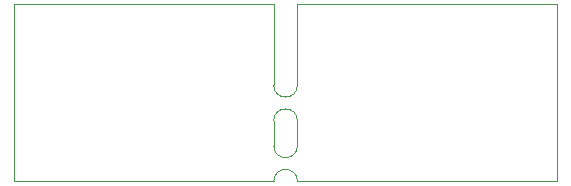
<source format=gm1>
G04 #@! TF.GenerationSoftware,KiCad,Pcbnew,8.0.9*
G04 #@! TF.CreationDate,2025-09-16T20:51:35+09:00*
G04 #@! TF.ProjectId,usb_sfc_pad,7573625f-7366-4635-9f70-61642e6b6963,rev?*
G04 #@! TF.SameCoordinates,Original*
G04 #@! TF.FileFunction,Profile,NP*
%FSLAX46Y46*%
G04 Gerber Fmt 4.6, Leading zero omitted, Abs format (unit mm)*
G04 Created by KiCad (PCBNEW 8.0.9) date 2025-09-16 20:51:35*
%MOMM*%
%LPD*%
G01*
G04 APERTURE LIST*
G04 #@! TA.AperFunction,Profile*
%ADD10C,0.050000*%
G04 #@! TD*
G04 APERTURE END LIST*
D10*
X80437710Y-49604360D02*
G75*
G02*
X82437710Y-49604360I1000000J0D01*
G01*
X58437710Y-54729360D02*
X80437710Y-54729360D01*
X82437710Y-54729360D02*
X104437710Y-54729360D01*
X82437710Y-51729360D02*
G75*
G02*
X80437710Y-51729360I-1000000J0D01*
G01*
X80437710Y-49604360D02*
X80437710Y-51729360D01*
X80437710Y-54729360D02*
G75*
G02*
X82437710Y-54729360I1000000J0D01*
G01*
X58437710Y-39729360D02*
X58437710Y-54729360D01*
X80437710Y-39729360D02*
X58437710Y-39729360D01*
X104437710Y-54729360D02*
X104437710Y-39729360D01*
X104437710Y-39729360D02*
X82437710Y-39729360D01*
X82437710Y-46604360D02*
G75*
G02*
X80437710Y-46604360I-1000000J0D01*
G01*
X82437710Y-49604360D02*
X82437710Y-51729360D01*
X80437710Y-39729360D02*
X80437710Y-46604360D01*
X82437710Y-39729360D02*
X82437710Y-46604360D01*
M02*

</source>
